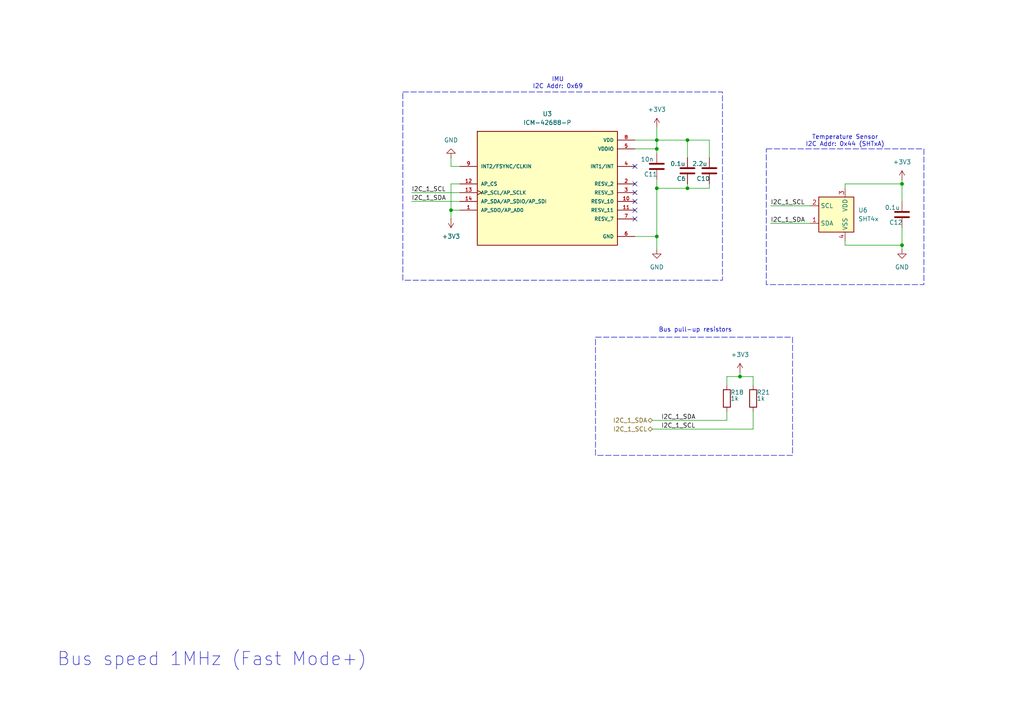
<source format=kicad_sch>
(kicad_sch (version 20231120) (generator "eeschema") (generator_version "8.0")
  (paper "A4")
  (lib_symbols
    (symbol "Device:C" (pin_numbers hide) (pin_names (offset 0.254))
      (property "Reference" "C" (at 0.635 2.54 0))
      (property "Value" "C" (at 0.635 -2.54 0))
      (symbol "C_0_1"
        (polyline (pts (xy -2.032 -0.762) (xy 2.032 -0.762)) (stroke (width 0.508)))
        (polyline (pts (xy -2.032 0.762) (xy 2.032 0.762)) (stroke (width 0.508)))
      )
      (symbol "C_1_1"
        (pin passive line (at 0 3.81 270) (length 2.794) (name "~") (number "1"))
        (pin passive line (at 0 -3.81 90) (length 2.794) (name "~") (number "2"))
      )
    )
    (symbol "Device:R" (pin_numbers hide) (pin_names (offset 0))
      (property "Reference" "R" (at 2.032 0 90))
      (property "Value" "R" (at 0 0 90))
      (symbol "R_0_1"
        (rectangle (start -1.016 -2.54) (end 1.016 2.54) (stroke (width 0.254)))
      )
      (symbol "R_1_1"
        (pin passive line (at 0 3.81 270) (length 1.27) (name "~") (number "1"))
        (pin passive line (at 0 -3.81 90) (length 1.27) (name "~") (number "2"))
      )
    )
    (symbol "LRI_partlib:ICM-42688-P" (pin_names (offset 1.016))
      (property "Reference" "U" (at -20.32 16.002 0))
      (property "Value" "ICM-42688-P" (at -20.32 -20.32 0))
      (symbol "ICM-42688-P_0_0"
        (rectangle (start -20.32 -17.78) (end 20.32 15.24) (stroke (width 0.254)) (fill (type background)))
        (pin bidirectional line (at -25.4 -7.62 0) (length 5.08) (name "AP_SDO/AP_AD0") (number "1"))
        (pin passive line (at 25.4 -5.08 180) (length 5.08) (name "RESV_10") (number "10"))
        (pin passive line (at 25.4 -7.62 180) (length 5.08) (name "RESV_11") (number "11"))
        (pin input line (at -25.4 0 0) (length 5.08) (name "AP_CS") (number "12"))
        (pin input clock (at -25.4 -2.54 0) (length 5.08) (name "AP_SCL/AP_SCLK") (number "13"))
        (pin bidirectional line (at -25.4 -5.08 0) (length 5.08) (name "AP_SDA/AP_SDIO/AP_SDI") (number "14"))
        (pin passive line (at 25.4 0 180) (length 5.08) (name "RESV_2") (number "2"))
        (pin passive line (at 25.4 -2.54 180) (length 5.08) (name "RESV_3") (number "3"))
        (pin output line (at 25.4 5.08 180) (length 5.08) (name "INT1/INT") (number "4"))
        (pin power_in line (at 25.4 10.16 180) (length 5.08) (name "VDDIO") (number "5"))
        (pin power_in line (at 25.4 -15.24 180) (length 5.08) (name "GND") (number "6"))
        (pin passive line (at 25.4 -10.16 180) (length 5.08) (name "RESV_7") (number "7"))
        (pin power_in line (at 25.4 12.7 180) (length 5.08) (name "VDD") (number "8"))
        (pin bidirectional line (at -25.4 5.08 0) (length 5.08) (name "INT2/FSYNC/CLKIN") (number "9"))
      )
    )
    (symbol "Sensor_Humidity:SHT4x"
      (property "Reference" "U" (at 0 8.89 0))
      (property "Value" "SHT4x" (at 0 6.35 0))
      (symbol "SHT4x_1_1"
        (rectangle (start -5.08 5.08) (end 5.08 -5.08) (stroke (width 0.254)) (fill (type background)))
        (pin bidirectional line (at -7.62 -2.54 0) (length 2.54) (name "SDA") (number "1"))
        (pin input line (at -7.62 2.54 0) (length 2.54) (name "SCL") (number "2"))
        (pin power_in line (at 2.54 7.62 270) (length 2.54) (name "VDD") (number "3"))
        (pin power_in line (at 2.54 -7.62 90) (length 2.54) (name "VSS") (number "4"))
      )
    )
    (symbol "power:+3V3" (power) (pin_numbers hide) (pin_names (offset 0) hide)
      (property "Value" "+3V3" (at 0 3.556 0))
      (symbol "+3V3_0_1"
        (polyline (pts (xy -0.762 1.27) (xy 0 2.54)))
        (polyline (pts (xy 0 0) (xy 0 2.54)))
        (polyline (pts (xy 0 2.54) (xy 0.762 1.27)))
      )
      (symbol "+3V3_1_1"
        (pin power_in line (at 0 0 90) (length 0) (name "~") (number "1"))
      )
    )
    (symbol "power:GND" (power) (pin_numbers hide) (pin_names (offset 0) hide)
      (property "Value" "GND" (at 0 -3.81 0))
      (symbol "GND_0_1"
        (polyline (pts (xy 0 0) (xy 0 -1.27) (xy 1.27 -1.27) (xy 0 -2.54) (xy -1.27 -1.27) (xy 0 -1.27)))
      )
      (symbol "GND_1_1"
        (pin power_in line (at 0 0 270) (length 0) (name "~") (number "1"))
      )
    )
  )
  (junction (at 190.5 40.64))
  (junction (at 190.5 54.61))
  (junction (at 190.5 68.58))
  (junction (at 199.39 54.61))
  (junction (at 261.62 71.12))
  (junction (at 261.62 53.34))
  (junction (at 199.39 40.64))
  (junction (at 130.81 60.96))
  (junction (at 214.63 109.22))
  (junction (at 190.5 43.18))
  (no_connect (at 184.15 63.5))
  (no_connect (at 184.15 48.26))
  (no_connect (at 184.15 55.88))
  (no_connect (at 184.15 60.96))
  (no_connect (at 184.15 53.34))
  (no_connect (at 184.15 58.42))
  (wire (pts (xy 205.74 54.61) (xy 199.39 54.61)))
  (wire (pts (xy 190.5 40.64) (xy 199.39 40.64)))
  (wire (pts (xy 245.11 54.61) (xy 245.11 53.34)))
  (wire (pts (xy 130.81 48.26) (xy 130.81 45.72)))
  (wire (pts (xy 218.44 109.22) (xy 214.63 109.22)))
  (wire (pts (xy 218.44 119.38) (xy 218.44 124.46)))
  (wire (pts (xy 205.74 45.72) (xy 205.74 40.64)))
  (wire (pts (xy 190.5 54.61) (xy 190.5 68.58)))
  (wire (pts (xy 190.5 68.58) (xy 184.15 68.58)))
  (wire (pts (xy 130.81 60.96) (xy 130.81 63.5)))
  (wire (pts (xy 190.5 72.39) (xy 190.5 68.58)))
  (wire (pts (xy 223.52 59.69) (xy 234.95 59.69)))
  (wire (pts (xy 189.23 124.46) (xy 218.44 124.46)))
  (wire (pts (xy 190.5 40.64) (xy 190.5 36.83)))
  (wire (pts (xy 205.74 53.34) (xy 205.74 54.61)))
  (wire (pts (xy 210.82 119.38) (xy 210.82 121.92)))
  (wire (pts (xy 184.15 40.64) (xy 190.5 40.64)))
  (wire (pts (xy 223.52 64.77) (xy 234.95 64.77)))
  (wire (pts (xy 199.39 40.64) (xy 199.39 45.72)))
  (wire (pts (xy 133.35 53.34) (xy 130.81 53.34)))
  (wire (pts (xy 214.63 107.95) (xy 214.63 109.22)))
  (wire (pts (xy 218.44 111.76) (xy 218.44 109.22)))
  (wire (pts (xy 119.38 58.42) (xy 133.35 58.42)))
  (wire (pts (xy 261.62 66.04) (xy 261.62 71.12)))
  (wire (pts (xy 205.74 40.64) (xy 199.39 40.64)))
  (wire (pts (xy 130.81 53.34) (xy 130.81 60.96)))
  (wire (pts (xy 189.23 121.92) (xy 210.82 121.92)))
  (wire (pts (xy 133.35 48.26) (xy 130.81 48.26)))
  (wire (pts (xy 261.62 53.34) (xy 261.62 52.07)))
  (wire (pts (xy 190.5 52.07) (xy 190.5 54.61)))
  (wire (pts (xy 245.11 69.85) (xy 245.11 71.12)))
  (wire (pts (xy 214.63 109.22) (xy 210.82 109.22)))
  (wire (pts (xy 261.62 71.12) (xy 261.62 72.39)))
  (wire (pts (xy 245.11 53.34) (xy 261.62 53.34)))
  (wire (pts (xy 245.11 71.12) (xy 261.62 71.12)))
  (wire (pts (xy 210.82 109.22) (xy 210.82 111.76)))
  (wire (pts (xy 190.5 43.18) (xy 190.5 44.45)))
  (wire (pts (xy 133.35 60.96) (xy 130.81 60.96)))
  (wire (pts (xy 190.5 40.64) (xy 190.5 43.18)))
  (wire (pts (xy 261.62 53.34) (xy 261.62 58.42)))
  (wire (pts (xy 119.38 55.88) (xy 133.35 55.88)))
  (wire (pts (xy 190.5 54.61) (xy 199.39 54.61)))
  (wire (pts (xy 184.15 43.18) (xy 190.5 43.18)))
  (wire (pts (xy 199.39 53.34) (xy 199.39 54.61)))
  (rectangle (start 222.25 43.18) (end 267.97 82.55) (stroke (width 0) (type dash)))
  (rectangle (start 116.84 26.67) (end 209.55 81.28) (stroke (width 0) (type dash)))
  (rectangle (start 172.72 97.79) (end 229.87 132.08) (stroke (width 0) (type dash)))
  (text "Temperature Sensor\nI2C Addr: 0x44 (SHTxA)" (at 245.11 40.894 0) (effects (font (size 1.27 1.27))))
  (text "IMU\nI2C Addr: 0x69" (at 161.798 24.13 0) (effects (font (size 1.27 1.27))))
  (text "Bus speed 1MHz (Fast Mode+)\n" (at 61.468 191.262 0) (effects (font (size 3.81 3.81))))
  (text "Bus pull-up resistors" (at 201.676 95.758 0) (effects (font (size 1.27 1.27))))
  (label "I2C_1_SDA" (at 223.52 64.77 0))
  (label "I2C_1_SDA" (at 119.38 58.42 0))
  (label "I2C_1_SCL" (at 191.77 124.46 0))
  (label "I2C_1_SCL" (at 223.52 59.69 0))
  (label "I2C_1_SCL" (at 119.38 55.88 0))
  (label "I2C_1_SDA" (at 191.77 121.92 0))
  (hierarchical_label "I2C_1_SCL" (shape bidirectional) (at 189.23 124.46 180))
  (hierarchical_label "I2C_1_SDA" (shape bidirectional) (at 189.23 121.92 180))
  (symbol (lib_id "Device:R") (at 210.82 115.57 0) (unit 1)
    (property "Reference" "R18" (at 211.836 113.792 0) (effects (justify left)))
    (property "Value" "1k" (at 211.836 115.57 0) (effects (justify left)))
    (property "Footprint" "Resistor_SMD:R_0603_1608Metric" (effects (hide yes)))
    (property "Description" "Resistor" (effects (hide yes)))
  )
  (symbol (lib_id "Device:R") (at 218.44 115.57 0) (unit 1)
    (property "Reference" "R21" (at 219.456 113.792 0) (effects (justify left)))
    (property "Value" "1k" (at 219.456 115.57 0) (effects (justify left)))
    (property "Footprint" "Resistor_SMD:R_0603_1608Metric" (effects (hide yes)))
    (property "Description" "Resistor" (effects (hide yes)))
  )
  (symbol (lib_id "power:+3V3") (at 214.63 107.95 0) (unit 1)
    (property "Reference" "#PWR037" (effects (hide yes)))
    (property "Value" "+3V3" (at 214.63 102.87 0))
    (property "Description" "Power symbol creates a global label with name \"+3V3\"" (effects (hide yes)))
  )
  (symbol (lib_id "power:GND") (at 190.5 72.39 0) (unit 1)
    (property "Reference" "#PWR024" (effects (hide yes)))
    (property "Value" "GND" (at 190.5 77.47 0))
    (property "Description" "Power symbol creates a global label with name \"GND\" , ground" (effects (hide yes)))
  )
  (symbol (lib_id "Device:C") (at 261.62 62.23 180) (unit 1)
    (property "Reference" "C12" (at 259.842 64.516 0))
    (property "Value" "0.1u" (at 258.826 60.198 0))
    (property "Footprint" "Capacitor_SMD:C_0603_1608Metric" (effects (hide yes)))
    (property "Description" "Unpolarized capacitor" (effects (hide yes)))
  )
  (symbol (lib_id "power:+3V3") (at 261.62 52.07 0) (unit 1)
    (property "Reference" "#PWR02" (effects (hide yes)))
    (property "Value" "+3V3" (at 261.62 46.99 0))
    (property "Description" "Power symbol creates a global label with name \"+3V3\"" (effects (hide yes)))
  )
  (symbol (lib_id "Device:C") (at 190.5 48.26 180) (unit 1)
    (property "Reference" "C11" (at 188.722 50.546 0))
    (property "Value" "10n" (at 187.706 46.228 0))
    (property "Footprint" "Capacitor_SMD:C_0603_1608Metric" (effects (hide yes)))
    (property "Description" "Unpolarized capacitor" (effects (hide yes)))
  )
  (symbol (lib_id "power:GND") (at 130.81 45.72 180) (unit 1)
    (property "Reference" "#PWR027" (effects (hide yes)))
    (property "Value" "GND" (at 130.81 40.64 0))
    (property "Description" "Power symbol creates a global label with name \"GND\" , ground" (effects (hide yes)))
  )
  (symbol (lib_id "Device:C") (at 205.74 49.53 180) (unit 1)
    (property "Reference" "C10" (at 203.962 51.816 0))
    (property "Value" "2.2u" (at 202.946 47.498 0))
    (property "Footprint" "Capacitor_SMD:C_0603_1608Metric" (effects (hide yes)))
    (property "Description" "Unpolarized capacitor" (effects (hide yes)))
  )
  (symbol (lib_id "power:+3V3") (at 190.5 36.83 0) (unit 1)
    (property "Reference" "#PWR014" (effects (hide yes)))
    (property "Value" "+3V3" (at 190.5 31.75 0))
    (property "Description" "Power symbol creates a global label with name \"+3V3\"" (effects (hide yes)))
  )
  (symbol (lib_id "LRI_partlib:ICM-42688-P") (at 158.75 53.34 0) (unit 1)
    (property "Reference" "U3" (at 158.75 33.02 0))
    (property "Value" "ICM-42688-P" (at 158.75 35.56 0))
    (property "Footprint" "LRI_partlib:PQFN50P300X250X97-14N" (effects (hide yes)))
    (property "Datasheet" "https://product.tdk.com/system/files/dam/doc/product/sensor/mortion-inertial/imu/data_sheet/ds-000347-icm-42688-p-v1.6.pdf" (effects (hide yes)))
    (property "MF" "TDK InvenSense" (effects (hide yes)))
    (property "MAXIMUM_PACKAGE_HEIGHT" "0.97mm" (effects (hide yes)))
    (property "Package" "LGA-14 TDK InvenSense" (effects (hide yes)))
    (property "Price" "None" (effects (hide yes)))
    (property "Check_prices" "https://www.snapeda.com/parts/ICM-42688-P/TDK+InvenSense/view-part/?ref=eda" (effects (hide yes)))
    (property "STANDARD" "IPC-7351B" (effects (hide yes)))
    (property "PARTREV" "1.2" (effects (hide yes)))
    (property "SnapEDA_Link" "https://www.snapeda.com/parts/ICM-42688-P/TDK+InvenSense/view-part/?ref=snap" (effects (hide yes)))
    (property "MP" "ICM-42688-P" (effects (hide yes)))
    (property "Purchase-URL" "https://www.snapeda.com/api/url_track_click_mouser/?unipart_id=4791856&manufacturer=TDK InvenSense&part_name=ICM-42688-P&search_term=None" (effects (hide yes)))
    (property "Description_1" "\nAccelerometer, Gyroscope, 6 Axis Sensor - Output\n" (effects (hide yes)))
    (property "Availability" "In Stock" (effects (hide yes)))
    (property "MANUFACTURER" "TDK InvenSense" (effects (hide yes)))
  )
  (symbol (lib_id "power:GND") (at 261.62 72.39 0) (unit 1)
    (property "Reference" "#PWR018" (effects (hide yes)))
    (property "Value" "GND" (at 261.62 77.47 0))
    (property "Description" "Power symbol creates a global label with name \"GND\" , ground" (effects (hide yes)))
  )
  (symbol (lib_id "Sensor_Humidity:SHT4x") (at 242.57 62.23 0) (unit 1)
    (property "Reference" "U6" (at 248.92 60.9599 0) (effects (justify left)))
    (property "Value" "SHT4x" (at 248.92 63.4999 0) (effects (justify left)))
    (property "Footprint" "Sensor_Humidity:Sensirion_DFN-4_1.5x1.5mm_P0.8mm_SHT4x_NoCentralPad" (effects (hide yes)))
    (property "Datasheet" "https://sensirion.com/media/documents/33FD6951/624C4357/Datasheet_SHT4x.pdf" (effects (hide yes)))
    (property "Description" "Digital Humidity and Temperature Sensor, +/-1%RH, +/-0.1degC, I2C, 1.08-3.6V, 16bit, DFN-4" (effects (hide yes)))
  )
  (symbol (lib_id "power:+3V3") (at 130.81 63.5 180) (unit 1)
    (property "Reference" "#PWR026" (effects (hide yes)))
    (property "Value" "+3V3" (at 130.81 68.58 0))
    (property "Description" "Power symbol creates a global label with name \"+3V3\"" (effects (hide yes)))
  )
  (symbol (lib_id "Device:C") (at 199.39 49.53 180) (unit 1)
    (property "Reference" "C6" (at 197.612 51.816 0))
    (property "Value" "0.1u" (at 196.596 47.498 0))
    (property "Footprint" "Capacitor_SMD:C_0603_1608Metric" (effects (hide yes)))
    (property "Description" "Unpolarized capacitor" (effects (hide yes)))
  )
)
</source>
